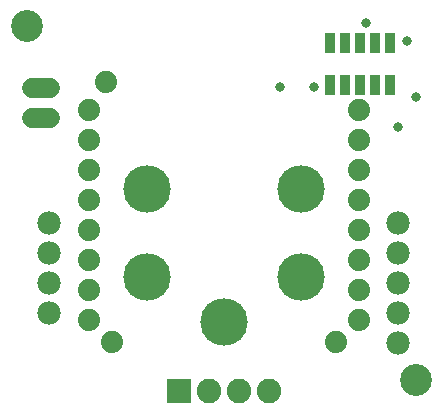
<source format=gbs>
G75*
G70*
%OFA0B0*%
%FSLAX24Y24*%
%IPPOS*%
%LPD*%
%AMOC8*
5,1,8,0,0,1.08239X$1,22.5*
%
%ADD10C,0.1064*%
%ADD11C,0.0740*%
%ADD12R,0.0340X0.0671*%
%ADD13C,0.0780*%
%ADD14C,0.1582*%
%ADD15R,0.0820X0.0820*%
%ADD16C,0.0820*%
%ADD17C,0.0680*%
%ADD18C,0.0319*%
D10*
X001051Y013069D03*
X014041Y001259D03*
D11*
X003125Y003277D03*
X003900Y002522D03*
X003125Y004277D03*
X003125Y005277D03*
X003125Y006277D03*
X003125Y007277D03*
X003125Y008277D03*
X003125Y009277D03*
X003125Y010277D03*
X003703Y011184D03*
X012125Y010277D03*
X012125Y009277D03*
X012125Y008277D03*
X012125Y007277D03*
X012125Y006277D03*
X012125Y005277D03*
X012125Y004277D03*
X012125Y003277D03*
X011380Y002522D03*
D12*
X011156Y011085D03*
X011656Y011085D03*
X012156Y011085D03*
X012656Y011085D03*
X013156Y011085D03*
X013156Y012493D03*
X012656Y012493D03*
X012156Y012493D03*
X011656Y012493D03*
X011156Y012493D03*
D13*
X013447Y006487D03*
X013447Y005491D03*
X013447Y004491D03*
X013447Y003487D03*
X013443Y002487D03*
X001817Y003487D03*
X001817Y004491D03*
X001817Y005487D03*
X001814Y006491D03*
D14*
X005081Y007640D03*
X005081Y004688D03*
X007640Y003211D03*
X010199Y004688D03*
X010199Y007640D03*
D15*
X006125Y000902D03*
D16*
X007125Y000902D03*
X008125Y000902D03*
X009125Y000902D03*
D17*
X001838Y009995D02*
X001238Y009995D01*
X001238Y010995D02*
X001838Y010995D01*
D18*
X009510Y011027D03*
X010625Y011027D03*
X012365Y013152D03*
X013743Y012562D03*
X014038Y010691D03*
X013447Y009707D03*
M02*

</source>
